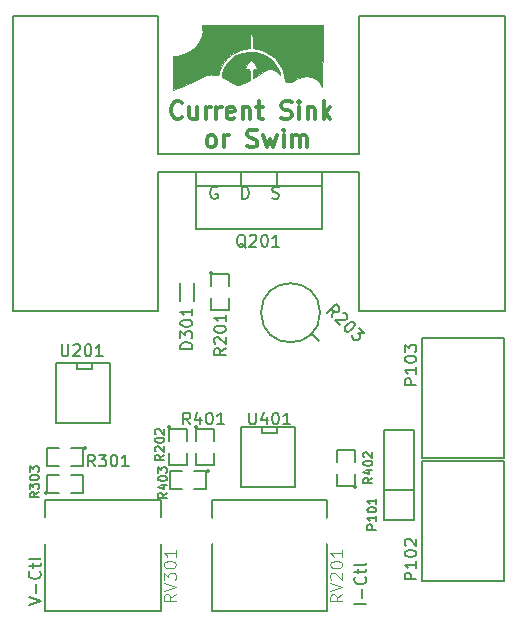
<source format=gto>
G04 #@! TF.FileFunction,Legend,Top*
%FSLAX46Y46*%
G04 Gerber Fmt 4.6, Leading zero omitted, Abs format (unit mm)*
G04 Created by KiCad (PCBNEW 0.201503020946+5465~21~ubuntu14.04.1-product) date Wed 04 Mar 2015 21:34:39 CET*
%MOMM*%
G01*
G04 APERTURE LIST*
%ADD10C,0.100000*%
%ADD11C,0.127000*%
%ADD12C,0.300000*%
%ADD13C,0.150000*%
%ADD14C,0.101600*%
%ADD15R,0.700000X0.600000*%
%ADD16O,1.501140X2.499360*%
%ADD17R,1.397000X0.889000*%
%ADD18R,0.889000X1.397000*%
%ADD19R,1.143000X0.508000*%
%ADD20C,2.311400*%
%ADD21R,2.032000X2.032000*%
%ADD22O,2.032000X2.032000*%
%ADD23R,2.032000X1.727200*%
%ADD24O,2.032000X1.727200*%
%ADD25C,1.998980*%
%ADD26C,2.000000*%
%ADD27O,2.000000X2.200000*%
G04 APERTURE END LIST*
D10*
D11*
X125935619Y-91926833D02*
X124919619Y-91926833D01*
X125548571Y-91443023D02*
X125548571Y-90668928D01*
X125838857Y-89604547D02*
X125887238Y-89652928D01*
X125935619Y-89798071D01*
X125935619Y-89894833D01*
X125887238Y-90039975D01*
X125790476Y-90136737D01*
X125693714Y-90185118D01*
X125500190Y-90233499D01*
X125355048Y-90233499D01*
X125161524Y-90185118D01*
X125064762Y-90136737D01*
X124968000Y-90039975D01*
X124919619Y-89894833D01*
X124919619Y-89798071D01*
X124968000Y-89652928D01*
X125016381Y-89604547D01*
X125258286Y-89314261D02*
X125258286Y-88927213D01*
X124919619Y-89169118D02*
X125790476Y-89169118D01*
X125887238Y-89120737D01*
X125935619Y-89023975D01*
X125935619Y-88927213D01*
X125935619Y-88443404D02*
X125887238Y-88540166D01*
X125790476Y-88588547D01*
X124919619Y-88588547D01*
X97360619Y-92011499D02*
X98376619Y-91672832D01*
X97360619Y-91334166D01*
X97989571Y-90995499D02*
X97989571Y-90221404D01*
X98279857Y-89157023D02*
X98328238Y-89205404D01*
X98376619Y-89350547D01*
X98376619Y-89447309D01*
X98328238Y-89592451D01*
X98231476Y-89689213D01*
X98134714Y-89737594D01*
X97941190Y-89785975D01*
X97796048Y-89785975D01*
X97602524Y-89737594D01*
X97505762Y-89689213D01*
X97409000Y-89592451D01*
X97360619Y-89447309D01*
X97360619Y-89350547D01*
X97409000Y-89205404D01*
X97457381Y-89157023D01*
X97699286Y-88866737D02*
X97699286Y-88479689D01*
X97360619Y-88721594D02*
X98231476Y-88721594D01*
X98328238Y-88673213D01*
X98376619Y-88576451D01*
X98376619Y-88479689D01*
X98376619Y-87995880D02*
X98328238Y-88092642D01*
X98231476Y-88141023D01*
X97360619Y-88141023D01*
D12*
X110320072Y-50707214D02*
X110248643Y-50778643D01*
X110034357Y-50850071D01*
X109891500Y-50850071D01*
X109677215Y-50778643D01*
X109534357Y-50635786D01*
X109462929Y-50492929D01*
X109391500Y-50207214D01*
X109391500Y-49992929D01*
X109462929Y-49707214D01*
X109534357Y-49564357D01*
X109677215Y-49421500D01*
X109891500Y-49350071D01*
X110034357Y-49350071D01*
X110248643Y-49421500D01*
X110320072Y-49492929D01*
X111605786Y-49850071D02*
X111605786Y-50850071D01*
X110962929Y-49850071D02*
X110962929Y-50635786D01*
X111034357Y-50778643D01*
X111177215Y-50850071D01*
X111391500Y-50850071D01*
X111534357Y-50778643D01*
X111605786Y-50707214D01*
X112320072Y-50850071D02*
X112320072Y-49850071D01*
X112320072Y-50135786D02*
X112391500Y-49992929D01*
X112462929Y-49921500D01*
X112605786Y-49850071D01*
X112748643Y-49850071D01*
X113248643Y-50850071D02*
X113248643Y-49850071D01*
X113248643Y-50135786D02*
X113320071Y-49992929D01*
X113391500Y-49921500D01*
X113534357Y-49850071D01*
X113677214Y-49850071D01*
X114748642Y-50778643D02*
X114605785Y-50850071D01*
X114320071Y-50850071D01*
X114177214Y-50778643D01*
X114105785Y-50635786D01*
X114105785Y-50064357D01*
X114177214Y-49921500D01*
X114320071Y-49850071D01*
X114605785Y-49850071D01*
X114748642Y-49921500D01*
X114820071Y-50064357D01*
X114820071Y-50207214D01*
X114105785Y-50350071D01*
X115462928Y-49850071D02*
X115462928Y-50850071D01*
X115462928Y-49992929D02*
X115534356Y-49921500D01*
X115677214Y-49850071D01*
X115891499Y-49850071D01*
X116034356Y-49921500D01*
X116105785Y-50064357D01*
X116105785Y-50850071D01*
X116605785Y-49850071D02*
X117177214Y-49850071D01*
X116820071Y-49350071D02*
X116820071Y-50635786D01*
X116891499Y-50778643D01*
X117034357Y-50850071D01*
X117177214Y-50850071D01*
X118748642Y-50778643D02*
X118962928Y-50850071D01*
X119320071Y-50850071D01*
X119462928Y-50778643D01*
X119534357Y-50707214D01*
X119605785Y-50564357D01*
X119605785Y-50421500D01*
X119534357Y-50278643D01*
X119462928Y-50207214D01*
X119320071Y-50135786D01*
X119034357Y-50064357D01*
X118891499Y-49992929D01*
X118820071Y-49921500D01*
X118748642Y-49778643D01*
X118748642Y-49635786D01*
X118820071Y-49492929D01*
X118891499Y-49421500D01*
X119034357Y-49350071D01*
X119391499Y-49350071D01*
X119605785Y-49421500D01*
X120248642Y-50850071D02*
X120248642Y-49850071D01*
X120248642Y-49350071D02*
X120177213Y-49421500D01*
X120248642Y-49492929D01*
X120320070Y-49421500D01*
X120248642Y-49350071D01*
X120248642Y-49492929D01*
X120962928Y-49850071D02*
X120962928Y-50850071D01*
X120962928Y-49992929D02*
X121034356Y-49921500D01*
X121177214Y-49850071D01*
X121391499Y-49850071D01*
X121534356Y-49921500D01*
X121605785Y-50064357D01*
X121605785Y-50850071D01*
X122320071Y-50850071D02*
X122320071Y-49350071D01*
X122462928Y-50278643D02*
X122891499Y-50850071D01*
X122891499Y-49850071D02*
X122320071Y-50421500D01*
X112712929Y-53250071D02*
X112570071Y-53178643D01*
X112498643Y-53107214D01*
X112427214Y-52964357D01*
X112427214Y-52535786D01*
X112498643Y-52392929D01*
X112570071Y-52321500D01*
X112712929Y-52250071D01*
X112927214Y-52250071D01*
X113070071Y-52321500D01*
X113141500Y-52392929D01*
X113212929Y-52535786D01*
X113212929Y-52964357D01*
X113141500Y-53107214D01*
X113070071Y-53178643D01*
X112927214Y-53250071D01*
X112712929Y-53250071D01*
X113855786Y-53250071D02*
X113855786Y-52250071D01*
X113855786Y-52535786D02*
X113927214Y-52392929D01*
X113998643Y-52321500D01*
X114141500Y-52250071D01*
X114284357Y-52250071D01*
X115855785Y-53178643D02*
X116070071Y-53250071D01*
X116427214Y-53250071D01*
X116570071Y-53178643D01*
X116641500Y-53107214D01*
X116712928Y-52964357D01*
X116712928Y-52821500D01*
X116641500Y-52678643D01*
X116570071Y-52607214D01*
X116427214Y-52535786D01*
X116141500Y-52464357D01*
X115998642Y-52392929D01*
X115927214Y-52321500D01*
X115855785Y-52178643D01*
X115855785Y-52035786D01*
X115927214Y-51892929D01*
X115998642Y-51821500D01*
X116141500Y-51750071D01*
X116498642Y-51750071D01*
X116712928Y-51821500D01*
X117212928Y-52250071D02*
X117498642Y-53250071D01*
X117784356Y-52535786D01*
X118070071Y-53250071D01*
X118355785Y-52250071D01*
X118927214Y-53250071D02*
X118927214Y-52250071D01*
X118927214Y-51750071D02*
X118855785Y-51821500D01*
X118927214Y-51892929D01*
X118998642Y-51821500D01*
X118927214Y-51750071D01*
X118927214Y-51892929D01*
X119641500Y-53250071D02*
X119641500Y-52250071D01*
X119641500Y-52392929D02*
X119712928Y-52321500D01*
X119855786Y-52250071D01*
X120070071Y-52250071D01*
X120212928Y-52321500D01*
X120284357Y-52464357D01*
X120284357Y-53250071D01*
X120284357Y-52464357D02*
X120355786Y-52321500D01*
X120498643Y-52250071D01*
X120712928Y-52250071D01*
X120855786Y-52321500D01*
X120927214Y-52464357D01*
X120927214Y-53250071D01*
D13*
X110144000Y-64751000D02*
X110144000Y-66301000D01*
X111344000Y-64751000D02*
X111344000Y-66301000D01*
X115316000Y-55372000D02*
X115316000Y-56515000D01*
X118364000Y-55372000D02*
X118364000Y-56515000D01*
X122174000Y-56515000D02*
X122174000Y-60198000D01*
X122174000Y-60198000D02*
X111506000Y-60198000D01*
X111506000Y-60198000D02*
X111506000Y-56515000D01*
X122174000Y-55372000D02*
X122174000Y-56515000D01*
X122174000Y-56515000D02*
X111506000Y-56515000D01*
X111506000Y-56515000D02*
X111506000Y-55372000D01*
X116840000Y-55372000D02*
X111506000Y-55372000D01*
X116840000Y-55372000D02*
X122174000Y-55372000D01*
X112903000Y-63881000D02*
G75*
G03X112903000Y-63881000I-127000J0D01*
G01*
X112776000Y-65024000D02*
X112776000Y-64008000D01*
X112776000Y-64008000D02*
X114300000Y-64008000D01*
X114300000Y-64008000D02*
X114300000Y-65024000D01*
X114300000Y-66040000D02*
X114300000Y-67056000D01*
X114300000Y-67056000D02*
X112776000Y-67056000D01*
X112776000Y-67056000D02*
X112776000Y-66040000D01*
X109347000Y-76962000D02*
G75*
G03X109347000Y-76962000I-127000J0D01*
G01*
X109220000Y-78105000D02*
X109220000Y-77089000D01*
X109220000Y-77089000D02*
X110744000Y-77089000D01*
X110744000Y-77089000D02*
X110744000Y-78105000D01*
X110744000Y-79121000D02*
X110744000Y-80137000D01*
X110744000Y-80137000D02*
X109220000Y-80137000D01*
X109220000Y-80137000D02*
X109220000Y-79121000D01*
X102235000Y-78740000D02*
G75*
G03X102235000Y-78740000I-127000J0D01*
G01*
X100965000Y-78740000D02*
X101981000Y-78740000D01*
X101981000Y-78740000D02*
X101981000Y-80264000D01*
X101981000Y-80264000D02*
X100965000Y-80264000D01*
X99949000Y-80264000D02*
X98933000Y-80264000D01*
X98933000Y-80264000D02*
X98933000Y-78740000D01*
X98933000Y-78740000D02*
X99949000Y-78740000D01*
X98933000Y-82550000D02*
G75*
G03X98933000Y-82550000I-127000J0D01*
G01*
X99949000Y-82550000D02*
X98933000Y-82550000D01*
X98933000Y-82550000D02*
X98933000Y-81026000D01*
X98933000Y-81026000D02*
X99949000Y-81026000D01*
X100965000Y-81026000D02*
X101981000Y-81026000D01*
X101981000Y-81026000D02*
X101981000Y-82550000D01*
X101981000Y-82550000D02*
X100965000Y-82550000D01*
X111633000Y-76962000D02*
G75*
G03X111633000Y-76962000I-127000J0D01*
G01*
X111506000Y-78105000D02*
X111506000Y-77089000D01*
X111506000Y-77089000D02*
X113030000Y-77089000D01*
X113030000Y-77089000D02*
X113030000Y-78105000D01*
X113030000Y-79121000D02*
X113030000Y-80137000D01*
X113030000Y-80137000D02*
X111506000Y-80137000D01*
X111506000Y-80137000D02*
X111506000Y-79121000D01*
X125095000Y-82042000D02*
G75*
G03X125095000Y-82042000I-127000J0D01*
G01*
X124968000Y-80899000D02*
X124968000Y-81915000D01*
X124968000Y-81915000D02*
X123444000Y-81915000D01*
X123444000Y-81915000D02*
X123444000Y-80899000D01*
X123444000Y-79883000D02*
X123444000Y-78867000D01*
X123444000Y-78867000D02*
X124968000Y-78867000D01*
X124968000Y-78867000D02*
X124968000Y-79883000D01*
X112649000Y-80645000D02*
G75*
G03X112649000Y-80645000I-127000J0D01*
G01*
X111379000Y-80645000D02*
X112395000Y-80645000D01*
X112395000Y-80645000D02*
X112395000Y-82169000D01*
X112395000Y-82169000D02*
X111379000Y-82169000D01*
X110363000Y-82169000D02*
X109347000Y-82169000D01*
X109347000Y-82169000D02*
X109347000Y-80645000D01*
X109347000Y-80645000D02*
X110363000Y-80645000D01*
X104267000Y-71501000D02*
X104267000Y-76581000D01*
X104267000Y-76581000D02*
X99695000Y-76581000D01*
X99695000Y-76581000D02*
X99695000Y-71501000D01*
X99695000Y-71501000D02*
X104267000Y-71501000D01*
X102743000Y-71501000D02*
X102743000Y-72009000D01*
X102743000Y-72009000D02*
X101473000Y-72009000D01*
X101473000Y-72009000D02*
X101473000Y-71501000D01*
X119888000Y-76962000D02*
X119888000Y-82042000D01*
X119888000Y-82042000D02*
X115316000Y-82042000D01*
X115316000Y-82042000D02*
X115316000Y-76962000D01*
X115316000Y-76962000D02*
X119888000Y-76962000D01*
X118364000Y-76962000D02*
X118364000Y-77470000D01*
X118364000Y-77470000D02*
X117094000Y-77470000D01*
X117094000Y-77470000D02*
X117094000Y-76962000D01*
X108340000Y-55360000D02*
X125340000Y-55360000D01*
X125340000Y-55360000D02*
X125340000Y-67110000D01*
X125340000Y-67110000D02*
X137640000Y-67110000D01*
X137640000Y-67110000D02*
X137640000Y-42110000D01*
X137640000Y-42110000D02*
X125340000Y-42110000D01*
X125340000Y-42110000D02*
X125340000Y-53860000D01*
X125340000Y-53860000D02*
X108340000Y-53860000D01*
X108340000Y-53860000D02*
X108340000Y-42110000D01*
X108340000Y-42110000D02*
X96040000Y-42110000D01*
X96040000Y-42110000D02*
X96040000Y-67110000D01*
X96040000Y-67110000D02*
X108340000Y-67110000D01*
X108340000Y-67110000D02*
X108340000Y-55360000D01*
X130620000Y-89979500D02*
X137620000Y-89979500D01*
X137620000Y-89979500D02*
X137620000Y-79819500D01*
X137620000Y-79819500D02*
X130620000Y-79819500D01*
X130620000Y-79819500D02*
X130620000Y-89979500D01*
X130620000Y-79565500D02*
X137620000Y-79565500D01*
X137620000Y-79565500D02*
X137620000Y-69405500D01*
X137620000Y-69405500D02*
X130620000Y-69405500D01*
X130620000Y-69405500D02*
X130620000Y-79565500D01*
X129984500Y-82296000D02*
X129984500Y-77216000D01*
X129984500Y-77216000D02*
X127444500Y-77216000D01*
X127444500Y-77216000D02*
X127444500Y-82296000D01*
X127444500Y-84836000D02*
X127444500Y-82296000D01*
X127444500Y-82296000D02*
X129984500Y-82296000D01*
X127444500Y-84836000D02*
X129984500Y-84836000D01*
X129984500Y-84836000D02*
X129984500Y-82296000D01*
X121214954Y-68954454D02*
X121922598Y-69662098D01*
X122017045Y-67257186D02*
G75*
G03X122017045Y-67257186I-2499359J0D01*
G01*
D10*
G36*
X122220089Y-55524175D02*
X122208906Y-55562500D01*
X122178003Y-55573136D01*
X122166201Y-55456666D01*
X122179507Y-55336471D01*
X122208906Y-55350833D01*
X122220089Y-55524175D01*
X122220089Y-55524175D01*
X122220089Y-55524175D01*
G37*
X122220089Y-55524175D02*
X122208906Y-55562500D01*
X122178003Y-55573136D01*
X122166201Y-55456666D01*
X122179507Y-55336471D01*
X122208906Y-55350833D01*
X122220089Y-55524175D01*
X122220089Y-55524175D01*
G36*
X122237500Y-42926000D02*
X122229864Y-45656500D01*
X122225541Y-46431221D01*
X122217420Y-47070411D01*
X122205717Y-47567526D01*
X122190650Y-47916025D01*
X122172437Y-48109365D01*
X122151294Y-48141004D01*
X122147574Y-48130350D01*
X121957603Y-47764213D01*
X121642246Y-47479869D01*
X121234569Y-47299390D01*
X120819664Y-47244000D01*
X120545511Y-47287884D01*
X120180798Y-47408835D01*
X119875167Y-47542032D01*
X119518828Y-47700777D01*
X119280629Y-47764965D01*
X119133305Y-47726827D01*
X119049594Y-47578596D01*
X119002234Y-47312503D01*
X118999956Y-47292645D01*
X118855907Y-46730246D01*
X118569876Y-46196193D01*
X118169210Y-45718377D01*
X117681260Y-45324690D01*
X117133374Y-45043024D01*
X116670666Y-44917151D01*
X116310833Y-44858449D01*
X116310833Y-44273224D01*
X116303202Y-43953531D01*
X116275792Y-43771443D01*
X116221826Y-43695729D01*
X116183833Y-43688000D01*
X116114456Y-43723162D01*
X116074941Y-43849469D01*
X116058510Y-44098149D01*
X116056833Y-44273224D01*
X116056833Y-44858449D01*
X115705623Y-44917785D01*
X115218650Y-45042439D01*
X114769534Y-45259025D01*
X114470320Y-45458794D01*
X114180410Y-45719853D01*
X113896735Y-46059731D01*
X113657064Y-46425015D01*
X113499168Y-46762290D01*
X113467425Y-46877102D01*
X113429336Y-47031651D01*
X113364149Y-47106126D01*
X113224589Y-47121493D01*
X112966862Y-47099074D01*
X112777066Y-47085301D01*
X112607629Y-47094918D01*
X112423881Y-47138839D01*
X112191151Y-47227975D01*
X111874770Y-47373240D01*
X111473199Y-47569197D01*
X111044054Y-47777234D01*
X110626069Y-47973489D01*
X110264200Y-48137254D01*
X110003403Y-48247817D01*
X109982000Y-48256156D01*
X109537500Y-48426862D01*
X109537500Y-46993952D01*
X109537500Y-45561042D01*
X109939666Y-45501060D01*
X110527148Y-45347012D01*
X111048461Y-45082021D01*
X111483299Y-44727181D01*
X111811358Y-44303588D01*
X112012332Y-43832335D01*
X112065917Y-43334518D01*
X112063285Y-43294891D01*
X112033946Y-42926000D01*
X117135723Y-42926000D01*
X122237500Y-42926000D01*
X122237500Y-42926000D01*
X122237500Y-42926000D01*
G37*
X122237500Y-42926000D02*
X122229864Y-45656500D01*
X122225541Y-46431221D01*
X122217420Y-47070411D01*
X122205717Y-47567526D01*
X122190650Y-47916025D01*
X122172437Y-48109365D01*
X122151294Y-48141004D01*
X122147574Y-48130350D01*
X121957603Y-47764213D01*
X121642246Y-47479869D01*
X121234569Y-47299390D01*
X120819664Y-47244000D01*
X120545511Y-47287884D01*
X120180798Y-47408835D01*
X119875167Y-47542032D01*
X119518828Y-47700777D01*
X119280629Y-47764965D01*
X119133305Y-47726827D01*
X119049594Y-47578596D01*
X119002234Y-47312503D01*
X118999956Y-47292645D01*
X118855907Y-46730246D01*
X118569876Y-46196193D01*
X118169210Y-45718377D01*
X117681260Y-45324690D01*
X117133374Y-45043024D01*
X116670666Y-44917151D01*
X116310833Y-44858449D01*
X116310833Y-44273224D01*
X116303202Y-43953531D01*
X116275792Y-43771443D01*
X116221826Y-43695729D01*
X116183833Y-43688000D01*
X116114456Y-43723162D01*
X116074941Y-43849469D01*
X116058510Y-44098149D01*
X116056833Y-44273224D01*
X116056833Y-44858449D01*
X115705623Y-44917785D01*
X115218650Y-45042439D01*
X114769534Y-45259025D01*
X114470320Y-45458794D01*
X114180410Y-45719853D01*
X113896735Y-46059731D01*
X113657064Y-46425015D01*
X113499168Y-46762290D01*
X113467425Y-46877102D01*
X113429336Y-47031651D01*
X113364149Y-47106126D01*
X113224589Y-47121493D01*
X112966862Y-47099074D01*
X112777066Y-47085301D01*
X112607629Y-47094918D01*
X112423881Y-47138839D01*
X112191151Y-47227975D01*
X111874770Y-47373240D01*
X111473199Y-47569197D01*
X111044054Y-47777234D01*
X110626069Y-47973489D01*
X110264200Y-48137254D01*
X110003403Y-48247817D01*
X109982000Y-48256156D01*
X109537500Y-48426862D01*
X109537500Y-46993952D01*
X109537500Y-45561042D01*
X109939666Y-45501060D01*
X110527148Y-45347012D01*
X111048461Y-45082021D01*
X111483299Y-44727181D01*
X111811358Y-44303588D01*
X112012332Y-43832335D01*
X112065917Y-43334518D01*
X112063285Y-43294891D01*
X112033946Y-42926000D01*
X117135723Y-42926000D01*
X122237500Y-42926000D01*
X122237500Y-42926000D01*
G36*
X118662591Y-47099962D02*
X118630105Y-47114170D01*
X118517731Y-47023687D01*
X118369937Y-46884166D01*
X118102950Y-46668026D01*
X117861672Y-46583330D01*
X117604688Y-46629568D01*
X117290580Y-46806234D01*
X117199562Y-46869797D01*
X116928596Y-47056590D01*
X116675570Y-47218917D01*
X116543666Y-47295305D01*
X116310833Y-47417681D01*
X116310833Y-47034507D01*
X116319490Y-46798553D01*
X116362130Y-46686434D01*
X116463755Y-46652891D01*
X116522500Y-46651333D01*
X116681769Y-46634778D01*
X116734166Y-46603088D01*
X116690455Y-46511364D01*
X116582039Y-46338221D01*
X116442994Y-46133098D01*
X116307398Y-45945433D01*
X116209328Y-45824664D01*
X116183833Y-45804666D01*
X116120610Y-45868082D01*
X116001266Y-46025372D01*
X115859880Y-46227097D01*
X115730526Y-46423819D01*
X115647283Y-46566100D01*
X115633500Y-46603088D01*
X115706132Y-46639390D01*
X115845166Y-46651333D01*
X115966288Y-46663384D01*
X116029417Y-46727132D01*
X116053326Y-46883971D01*
X116056833Y-47118067D01*
X116056833Y-47584801D01*
X115580631Y-47795400D01*
X115321951Y-47905513D01*
X115128669Y-47979839D01*
X115051464Y-48000984D01*
X114957840Y-47961167D01*
X114752581Y-47858990D01*
X114472734Y-47713133D01*
X114337791Y-47641151D01*
X114023096Y-47469278D01*
X113830963Y-47348532D01*
X113734240Y-47250913D01*
X113705780Y-47148425D01*
X113718433Y-47013068D01*
X113719820Y-47003859D01*
X113790565Y-46771870D01*
X113925625Y-46483112D01*
X114028509Y-46306938D01*
X114430780Y-45819257D01*
X114908732Y-45465447D01*
X115438991Y-45242046D01*
X115998179Y-45145589D01*
X116562920Y-45172612D01*
X117109838Y-45319650D01*
X117615557Y-45583239D01*
X118056700Y-45959916D01*
X118409892Y-46446216D01*
X118637810Y-46990000D01*
X118662591Y-47099962D01*
X118662591Y-47099962D01*
X118662591Y-47099962D01*
G37*
X118662591Y-47099962D02*
X118630105Y-47114170D01*
X118517731Y-47023687D01*
X118369937Y-46884166D01*
X118102950Y-46668026D01*
X117861672Y-46583330D01*
X117604688Y-46629568D01*
X117290580Y-46806234D01*
X117199562Y-46869797D01*
X116928596Y-47056590D01*
X116675570Y-47218917D01*
X116543666Y-47295305D01*
X116310833Y-47417681D01*
X116310833Y-47034507D01*
X116319490Y-46798553D01*
X116362130Y-46686434D01*
X116463755Y-46652891D01*
X116522500Y-46651333D01*
X116681769Y-46634778D01*
X116734166Y-46603088D01*
X116690455Y-46511364D01*
X116582039Y-46338221D01*
X116442994Y-46133098D01*
X116307398Y-45945433D01*
X116209328Y-45824664D01*
X116183833Y-45804666D01*
X116120610Y-45868082D01*
X116001266Y-46025372D01*
X115859880Y-46227097D01*
X115730526Y-46423819D01*
X115647283Y-46566100D01*
X115633500Y-46603088D01*
X115706132Y-46639390D01*
X115845166Y-46651333D01*
X115966288Y-46663384D01*
X116029417Y-46727132D01*
X116053326Y-46883971D01*
X116056833Y-47118067D01*
X116056833Y-47584801D01*
X115580631Y-47795400D01*
X115321951Y-47905513D01*
X115128669Y-47979839D01*
X115051464Y-48000984D01*
X114957840Y-47961167D01*
X114752581Y-47858990D01*
X114472734Y-47713133D01*
X114337791Y-47641151D01*
X114023096Y-47469278D01*
X113830963Y-47348532D01*
X113734240Y-47250913D01*
X113705780Y-47148425D01*
X113718433Y-47013068D01*
X113719820Y-47003859D01*
X113790565Y-46771870D01*
X113925625Y-46483112D01*
X114028509Y-46306938D01*
X114430780Y-45819257D01*
X114908732Y-45465447D01*
X115438991Y-45242046D01*
X115998179Y-45145589D01*
X116562920Y-45172612D01*
X117109838Y-45319650D01*
X117615557Y-45583239D01*
X118056700Y-45959916D01*
X118409892Y-46446216D01*
X118637810Y-46990000D01*
X118662591Y-47099962D01*
X118662591Y-47099962D01*
D13*
X112829000Y-92527000D02*
X122629000Y-92527000D01*
X112829000Y-83127000D02*
X122629000Y-83127000D01*
X122629000Y-83127000D02*
X122629000Y-92527000D01*
X112829000Y-83127000D02*
X112829000Y-92527000D01*
X98732000Y-92527000D02*
X108532000Y-92527000D01*
X98732000Y-83127000D02*
X108532000Y-83127000D01*
X108532000Y-83127000D02*
X108532000Y-92527000D01*
X98732000Y-83127000D02*
X98732000Y-92527000D01*
X111196381Y-70333976D02*
X110196381Y-70333976D01*
X110196381Y-70095881D01*
X110244000Y-69953023D01*
X110339238Y-69857785D01*
X110434476Y-69810166D01*
X110624952Y-69762547D01*
X110767810Y-69762547D01*
X110958286Y-69810166D01*
X111053524Y-69857785D01*
X111148762Y-69953023D01*
X111196381Y-70095881D01*
X111196381Y-70333976D01*
X110196381Y-69429214D02*
X110196381Y-68810166D01*
X110577333Y-69143500D01*
X110577333Y-69000642D01*
X110624952Y-68905404D01*
X110672571Y-68857785D01*
X110767810Y-68810166D01*
X111005905Y-68810166D01*
X111101143Y-68857785D01*
X111148762Y-68905404D01*
X111196381Y-69000642D01*
X111196381Y-69286357D01*
X111148762Y-69381595D01*
X111101143Y-69429214D01*
X110196381Y-68191119D02*
X110196381Y-68095880D01*
X110244000Y-68000642D01*
X110291619Y-67953023D01*
X110386857Y-67905404D01*
X110577333Y-67857785D01*
X110815429Y-67857785D01*
X111005905Y-67905404D01*
X111101143Y-67953023D01*
X111148762Y-68000642D01*
X111196381Y-68095880D01*
X111196381Y-68191119D01*
X111148762Y-68286357D01*
X111101143Y-68333976D01*
X111005905Y-68381595D01*
X110815429Y-68429214D01*
X110577333Y-68429214D01*
X110386857Y-68381595D01*
X110291619Y-68333976D01*
X110244000Y-68286357D01*
X110196381Y-68191119D01*
X111196381Y-66905404D02*
X111196381Y-67476833D01*
X111196381Y-67191119D02*
X110196381Y-67191119D01*
X110339238Y-67286357D01*
X110434476Y-67381595D01*
X110482095Y-67476833D01*
X115728881Y-61761619D02*
X115633643Y-61714000D01*
X115538405Y-61618762D01*
X115395548Y-61475905D01*
X115300309Y-61428286D01*
X115205071Y-61428286D01*
X115252690Y-61666381D02*
X115157452Y-61618762D01*
X115062214Y-61523524D01*
X115014595Y-61333048D01*
X115014595Y-60999714D01*
X115062214Y-60809238D01*
X115157452Y-60714000D01*
X115252690Y-60666381D01*
X115443167Y-60666381D01*
X115538405Y-60714000D01*
X115633643Y-60809238D01*
X115681262Y-60999714D01*
X115681262Y-61333048D01*
X115633643Y-61523524D01*
X115538405Y-61618762D01*
X115443167Y-61666381D01*
X115252690Y-61666381D01*
X116062214Y-60761619D02*
X116109833Y-60714000D01*
X116205071Y-60666381D01*
X116443167Y-60666381D01*
X116538405Y-60714000D01*
X116586024Y-60761619D01*
X116633643Y-60856857D01*
X116633643Y-60952095D01*
X116586024Y-61094952D01*
X116014595Y-61666381D01*
X116633643Y-61666381D01*
X117252690Y-60666381D02*
X117347929Y-60666381D01*
X117443167Y-60714000D01*
X117490786Y-60761619D01*
X117538405Y-60856857D01*
X117586024Y-61047333D01*
X117586024Y-61285429D01*
X117538405Y-61475905D01*
X117490786Y-61571143D01*
X117443167Y-61618762D01*
X117347929Y-61666381D01*
X117252690Y-61666381D01*
X117157452Y-61618762D01*
X117109833Y-61571143D01*
X117062214Y-61475905D01*
X117014595Y-61285429D01*
X117014595Y-61047333D01*
X117062214Y-60856857D01*
X117109833Y-60761619D01*
X117157452Y-60714000D01*
X117252690Y-60666381D01*
X118538405Y-61666381D02*
X117966976Y-61666381D01*
X118252690Y-61666381D02*
X118252690Y-60666381D01*
X118157452Y-60809238D01*
X118062214Y-60904476D01*
X117966976Y-60952095D01*
X117951286Y-57554762D02*
X118094143Y-57602381D01*
X118332239Y-57602381D01*
X118427477Y-57554762D01*
X118475096Y-57507143D01*
X118522715Y-57411905D01*
X118522715Y-57316667D01*
X118475096Y-57221429D01*
X118427477Y-57173810D01*
X118332239Y-57126190D01*
X118141762Y-57078571D01*
X118046524Y-57030952D01*
X117998905Y-56983333D01*
X117951286Y-56888095D01*
X117951286Y-56792857D01*
X117998905Y-56697619D01*
X118046524Y-56650000D01*
X118141762Y-56602381D01*
X118379858Y-56602381D01*
X118522715Y-56650000D01*
X115435095Y-57602381D02*
X115435095Y-56602381D01*
X115673190Y-56602381D01*
X115816048Y-56650000D01*
X115911286Y-56745238D01*
X115958905Y-56840476D01*
X116006524Y-57030952D01*
X116006524Y-57173810D01*
X115958905Y-57364286D01*
X115911286Y-57459524D01*
X115816048Y-57554762D01*
X115673190Y-57602381D01*
X115435095Y-57602381D01*
X113291905Y-56650000D02*
X113196667Y-56602381D01*
X113053810Y-56602381D01*
X112910952Y-56650000D01*
X112815714Y-56745238D01*
X112768095Y-56840476D01*
X112720476Y-57030952D01*
X112720476Y-57173810D01*
X112768095Y-57364286D01*
X112815714Y-57459524D01*
X112910952Y-57554762D01*
X113053810Y-57602381D01*
X113149048Y-57602381D01*
X113291905Y-57554762D01*
X113339524Y-57507143D01*
X113339524Y-57173810D01*
X113149048Y-57173810D01*
X114053881Y-70270547D02*
X113577690Y-70603881D01*
X114053881Y-70841976D02*
X113053881Y-70841976D01*
X113053881Y-70461023D01*
X113101500Y-70365785D01*
X113149119Y-70318166D01*
X113244357Y-70270547D01*
X113387214Y-70270547D01*
X113482452Y-70318166D01*
X113530071Y-70365785D01*
X113577690Y-70461023D01*
X113577690Y-70841976D01*
X113149119Y-69889595D02*
X113101500Y-69841976D01*
X113053881Y-69746738D01*
X113053881Y-69508642D01*
X113101500Y-69413404D01*
X113149119Y-69365785D01*
X113244357Y-69318166D01*
X113339595Y-69318166D01*
X113482452Y-69365785D01*
X114053881Y-69937214D01*
X114053881Y-69318166D01*
X113053881Y-68699119D02*
X113053881Y-68603880D01*
X113101500Y-68508642D01*
X113149119Y-68461023D01*
X113244357Y-68413404D01*
X113434833Y-68365785D01*
X113672929Y-68365785D01*
X113863405Y-68413404D01*
X113958643Y-68461023D01*
X114006262Y-68508642D01*
X114053881Y-68603880D01*
X114053881Y-68699119D01*
X114006262Y-68794357D01*
X113958643Y-68841976D01*
X113863405Y-68889595D01*
X113672929Y-68937214D01*
X113434833Y-68937214D01*
X113244357Y-68889595D01*
X113149119Y-68841976D01*
X113101500Y-68794357D01*
X113053881Y-68699119D01*
X114053881Y-67413404D02*
X114053881Y-67984833D01*
X114053881Y-67699119D02*
X113053881Y-67699119D01*
X113196738Y-67794357D01*
X113291976Y-67889595D01*
X113339595Y-67984833D01*
D11*
X108802714Y-79275214D02*
X108439857Y-79529214D01*
X108802714Y-79710642D02*
X108040714Y-79710642D01*
X108040714Y-79420357D01*
X108077000Y-79347785D01*
X108113286Y-79311500D01*
X108185857Y-79275214D01*
X108294714Y-79275214D01*
X108367286Y-79311500D01*
X108403571Y-79347785D01*
X108439857Y-79420357D01*
X108439857Y-79710642D01*
X108113286Y-78984928D02*
X108077000Y-78948642D01*
X108040714Y-78876071D01*
X108040714Y-78694642D01*
X108077000Y-78622071D01*
X108113286Y-78585785D01*
X108185857Y-78549500D01*
X108258429Y-78549500D01*
X108367286Y-78585785D01*
X108802714Y-79021214D01*
X108802714Y-78549500D01*
X108040714Y-78077786D02*
X108040714Y-78005214D01*
X108077000Y-77932643D01*
X108113286Y-77896357D01*
X108185857Y-77860071D01*
X108331000Y-77823786D01*
X108512429Y-77823786D01*
X108657571Y-77860071D01*
X108730143Y-77896357D01*
X108766429Y-77932643D01*
X108802714Y-78005214D01*
X108802714Y-78077786D01*
X108766429Y-78150357D01*
X108730143Y-78186643D01*
X108657571Y-78222928D01*
X108512429Y-78259214D01*
X108331000Y-78259214D01*
X108185857Y-78222928D01*
X108113286Y-78186643D01*
X108077000Y-78150357D01*
X108040714Y-78077786D01*
X108113286Y-77533500D02*
X108077000Y-77497214D01*
X108040714Y-77424643D01*
X108040714Y-77243214D01*
X108077000Y-77170643D01*
X108113286Y-77134357D01*
X108185857Y-77098072D01*
X108258429Y-77098072D01*
X108367286Y-77134357D01*
X108802714Y-77569786D01*
X108802714Y-77098072D01*
D13*
X102957453Y-80271881D02*
X102624119Y-79795690D01*
X102386024Y-80271881D02*
X102386024Y-79271881D01*
X102766977Y-79271881D01*
X102862215Y-79319500D01*
X102909834Y-79367119D01*
X102957453Y-79462357D01*
X102957453Y-79605214D01*
X102909834Y-79700452D01*
X102862215Y-79748071D01*
X102766977Y-79795690D01*
X102386024Y-79795690D01*
X103290786Y-79271881D02*
X103909834Y-79271881D01*
X103576500Y-79652833D01*
X103719358Y-79652833D01*
X103814596Y-79700452D01*
X103862215Y-79748071D01*
X103909834Y-79843310D01*
X103909834Y-80081405D01*
X103862215Y-80176643D01*
X103814596Y-80224262D01*
X103719358Y-80271881D01*
X103433643Y-80271881D01*
X103338405Y-80224262D01*
X103290786Y-80176643D01*
X104528881Y-79271881D02*
X104624120Y-79271881D01*
X104719358Y-79319500D01*
X104766977Y-79367119D01*
X104814596Y-79462357D01*
X104862215Y-79652833D01*
X104862215Y-79890929D01*
X104814596Y-80081405D01*
X104766977Y-80176643D01*
X104719358Y-80224262D01*
X104624120Y-80271881D01*
X104528881Y-80271881D01*
X104433643Y-80224262D01*
X104386024Y-80176643D01*
X104338405Y-80081405D01*
X104290786Y-79890929D01*
X104290786Y-79652833D01*
X104338405Y-79462357D01*
X104386024Y-79367119D01*
X104433643Y-79319500D01*
X104528881Y-79271881D01*
X105814596Y-80271881D02*
X105243167Y-80271881D01*
X105528881Y-80271881D02*
X105528881Y-79271881D01*
X105433643Y-79414738D01*
X105338405Y-79509976D01*
X105243167Y-79557595D01*
D11*
X98198214Y-82450214D02*
X97835357Y-82704214D01*
X98198214Y-82885642D02*
X97436214Y-82885642D01*
X97436214Y-82595357D01*
X97472500Y-82522785D01*
X97508786Y-82486500D01*
X97581357Y-82450214D01*
X97690214Y-82450214D01*
X97762786Y-82486500D01*
X97799071Y-82522785D01*
X97835357Y-82595357D01*
X97835357Y-82885642D01*
X97436214Y-82196214D02*
X97436214Y-81724500D01*
X97726500Y-81978500D01*
X97726500Y-81869642D01*
X97762786Y-81797071D01*
X97799071Y-81760785D01*
X97871643Y-81724500D01*
X98053071Y-81724500D01*
X98125643Y-81760785D01*
X98161929Y-81797071D01*
X98198214Y-81869642D01*
X98198214Y-82087357D01*
X98161929Y-82159928D01*
X98125643Y-82196214D01*
X97436214Y-81252786D02*
X97436214Y-81180214D01*
X97472500Y-81107643D01*
X97508786Y-81071357D01*
X97581357Y-81035071D01*
X97726500Y-80998786D01*
X97907929Y-80998786D01*
X98053071Y-81035071D01*
X98125643Y-81071357D01*
X98161929Y-81107643D01*
X98198214Y-81180214D01*
X98198214Y-81252786D01*
X98161929Y-81325357D01*
X98125643Y-81361643D01*
X98053071Y-81397928D01*
X97907929Y-81434214D01*
X97726500Y-81434214D01*
X97581357Y-81397928D01*
X97508786Y-81361643D01*
X97472500Y-81325357D01*
X97436214Y-81252786D01*
X97436214Y-80744786D02*
X97436214Y-80273072D01*
X97726500Y-80527072D01*
X97726500Y-80418214D01*
X97762786Y-80345643D01*
X97799071Y-80309357D01*
X97871643Y-80273072D01*
X98053071Y-80273072D01*
X98125643Y-80309357D01*
X98161929Y-80345643D01*
X98198214Y-80418214D01*
X98198214Y-80635929D01*
X98161929Y-80708500D01*
X98125643Y-80744786D01*
D13*
X111021953Y-76715881D02*
X110688619Y-76239690D01*
X110450524Y-76715881D02*
X110450524Y-75715881D01*
X110831477Y-75715881D01*
X110926715Y-75763500D01*
X110974334Y-75811119D01*
X111021953Y-75906357D01*
X111021953Y-76049214D01*
X110974334Y-76144452D01*
X110926715Y-76192071D01*
X110831477Y-76239690D01*
X110450524Y-76239690D01*
X111879096Y-76049214D02*
X111879096Y-76715881D01*
X111641000Y-75668262D02*
X111402905Y-76382548D01*
X112021953Y-76382548D01*
X112593381Y-75715881D02*
X112688620Y-75715881D01*
X112783858Y-75763500D01*
X112831477Y-75811119D01*
X112879096Y-75906357D01*
X112926715Y-76096833D01*
X112926715Y-76334929D01*
X112879096Y-76525405D01*
X112831477Y-76620643D01*
X112783858Y-76668262D01*
X112688620Y-76715881D01*
X112593381Y-76715881D01*
X112498143Y-76668262D01*
X112450524Y-76620643D01*
X112402905Y-76525405D01*
X112355286Y-76334929D01*
X112355286Y-76096833D01*
X112402905Y-75906357D01*
X112450524Y-75811119D01*
X112498143Y-75763500D01*
X112593381Y-75715881D01*
X113879096Y-76715881D02*
X113307667Y-76715881D01*
X113593381Y-76715881D02*
X113593381Y-75715881D01*
X113498143Y-75858738D01*
X113402905Y-75953976D01*
X113307667Y-76001595D01*
D11*
X126455714Y-81243714D02*
X126092857Y-81497714D01*
X126455714Y-81679142D02*
X125693714Y-81679142D01*
X125693714Y-81388857D01*
X125730000Y-81316285D01*
X125766286Y-81280000D01*
X125838857Y-81243714D01*
X125947714Y-81243714D01*
X126020286Y-81280000D01*
X126056571Y-81316285D01*
X126092857Y-81388857D01*
X126092857Y-81679142D01*
X125947714Y-80590571D02*
X126455714Y-80590571D01*
X125657429Y-80772000D02*
X126201714Y-80953428D01*
X126201714Y-80481714D01*
X125693714Y-80046286D02*
X125693714Y-79973714D01*
X125730000Y-79901143D01*
X125766286Y-79864857D01*
X125838857Y-79828571D01*
X125984000Y-79792286D01*
X126165429Y-79792286D01*
X126310571Y-79828571D01*
X126383143Y-79864857D01*
X126419429Y-79901143D01*
X126455714Y-79973714D01*
X126455714Y-80046286D01*
X126419429Y-80118857D01*
X126383143Y-80155143D01*
X126310571Y-80191428D01*
X126165429Y-80227714D01*
X125984000Y-80227714D01*
X125838857Y-80191428D01*
X125766286Y-80155143D01*
X125730000Y-80118857D01*
X125693714Y-80046286D01*
X125766286Y-79502000D02*
X125730000Y-79465714D01*
X125693714Y-79393143D01*
X125693714Y-79211714D01*
X125730000Y-79139143D01*
X125766286Y-79102857D01*
X125838857Y-79066572D01*
X125911429Y-79066572D01*
X126020286Y-79102857D01*
X126455714Y-79538286D01*
X126455714Y-79066572D01*
X109056714Y-82513714D02*
X108693857Y-82767714D01*
X109056714Y-82949142D02*
X108294714Y-82949142D01*
X108294714Y-82658857D01*
X108331000Y-82586285D01*
X108367286Y-82550000D01*
X108439857Y-82513714D01*
X108548714Y-82513714D01*
X108621286Y-82550000D01*
X108657571Y-82586285D01*
X108693857Y-82658857D01*
X108693857Y-82949142D01*
X108548714Y-81860571D02*
X109056714Y-81860571D01*
X108258429Y-82042000D02*
X108802714Y-82223428D01*
X108802714Y-81751714D01*
X108294714Y-81316286D02*
X108294714Y-81243714D01*
X108331000Y-81171143D01*
X108367286Y-81134857D01*
X108439857Y-81098571D01*
X108585000Y-81062286D01*
X108766429Y-81062286D01*
X108911571Y-81098571D01*
X108984143Y-81134857D01*
X109020429Y-81171143D01*
X109056714Y-81243714D01*
X109056714Y-81316286D01*
X109020429Y-81388857D01*
X108984143Y-81425143D01*
X108911571Y-81461428D01*
X108766429Y-81497714D01*
X108585000Y-81497714D01*
X108439857Y-81461428D01*
X108367286Y-81425143D01*
X108331000Y-81388857D01*
X108294714Y-81316286D01*
X108294714Y-80808286D02*
X108294714Y-80336572D01*
X108585000Y-80590572D01*
X108585000Y-80481714D01*
X108621286Y-80409143D01*
X108657571Y-80372857D01*
X108730143Y-80336572D01*
X108911571Y-80336572D01*
X108984143Y-80372857D01*
X109020429Y-80409143D01*
X109056714Y-80481714D01*
X109056714Y-80699429D01*
X109020429Y-80772000D01*
X108984143Y-80808286D01*
D13*
X100139714Y-69937381D02*
X100139714Y-70746905D01*
X100187333Y-70842143D01*
X100234952Y-70889762D01*
X100330190Y-70937381D01*
X100520667Y-70937381D01*
X100615905Y-70889762D01*
X100663524Y-70842143D01*
X100711143Y-70746905D01*
X100711143Y-69937381D01*
X101139714Y-70032619D02*
X101187333Y-69985000D01*
X101282571Y-69937381D01*
X101520667Y-69937381D01*
X101615905Y-69985000D01*
X101663524Y-70032619D01*
X101711143Y-70127857D01*
X101711143Y-70223095D01*
X101663524Y-70365952D01*
X101092095Y-70937381D01*
X101711143Y-70937381D01*
X102330190Y-69937381D02*
X102425429Y-69937381D01*
X102520667Y-69985000D01*
X102568286Y-70032619D01*
X102615905Y-70127857D01*
X102663524Y-70318333D01*
X102663524Y-70556429D01*
X102615905Y-70746905D01*
X102568286Y-70842143D01*
X102520667Y-70889762D01*
X102425429Y-70937381D01*
X102330190Y-70937381D01*
X102234952Y-70889762D01*
X102187333Y-70842143D01*
X102139714Y-70746905D01*
X102092095Y-70556429D01*
X102092095Y-70318333D01*
X102139714Y-70127857D01*
X102187333Y-70032619D01*
X102234952Y-69985000D01*
X102330190Y-69937381D01*
X103615905Y-70937381D02*
X103044476Y-70937381D01*
X103330190Y-70937381D02*
X103330190Y-69937381D01*
X103234952Y-70080238D01*
X103139714Y-70175476D01*
X103044476Y-70223095D01*
X116014714Y-75715881D02*
X116014714Y-76525405D01*
X116062333Y-76620643D01*
X116109952Y-76668262D01*
X116205190Y-76715881D01*
X116395667Y-76715881D01*
X116490905Y-76668262D01*
X116538524Y-76620643D01*
X116586143Y-76525405D01*
X116586143Y-75715881D01*
X117490905Y-76049214D02*
X117490905Y-76715881D01*
X117252809Y-75668262D02*
X117014714Y-76382548D01*
X117633762Y-76382548D01*
X118205190Y-75715881D02*
X118300429Y-75715881D01*
X118395667Y-75763500D01*
X118443286Y-75811119D01*
X118490905Y-75906357D01*
X118538524Y-76096833D01*
X118538524Y-76334929D01*
X118490905Y-76525405D01*
X118443286Y-76620643D01*
X118395667Y-76668262D01*
X118300429Y-76715881D01*
X118205190Y-76715881D01*
X118109952Y-76668262D01*
X118062333Y-76620643D01*
X118014714Y-76525405D01*
X117967095Y-76334929D01*
X117967095Y-76096833D01*
X118014714Y-75906357D01*
X118062333Y-75811119D01*
X118109952Y-75763500D01*
X118205190Y-75715881D01*
X119490905Y-76715881D02*
X118919476Y-76715881D01*
X119205190Y-76715881D02*
X119205190Y-75715881D01*
X119109952Y-75858738D01*
X119014714Y-75953976D01*
X118919476Y-76001595D01*
X130182881Y-89828476D02*
X129182881Y-89828476D01*
X129182881Y-89447523D01*
X129230500Y-89352285D01*
X129278119Y-89304666D01*
X129373357Y-89257047D01*
X129516214Y-89257047D01*
X129611452Y-89304666D01*
X129659071Y-89352285D01*
X129706690Y-89447523D01*
X129706690Y-89828476D01*
X130182881Y-88304666D02*
X130182881Y-88876095D01*
X130182881Y-88590381D02*
X129182881Y-88590381D01*
X129325738Y-88685619D01*
X129420976Y-88780857D01*
X129468595Y-88876095D01*
X129182881Y-87685619D02*
X129182881Y-87590380D01*
X129230500Y-87495142D01*
X129278119Y-87447523D01*
X129373357Y-87399904D01*
X129563833Y-87352285D01*
X129801929Y-87352285D01*
X129992405Y-87399904D01*
X130087643Y-87447523D01*
X130135262Y-87495142D01*
X130182881Y-87590380D01*
X130182881Y-87685619D01*
X130135262Y-87780857D01*
X130087643Y-87828476D01*
X129992405Y-87876095D01*
X129801929Y-87923714D01*
X129563833Y-87923714D01*
X129373357Y-87876095D01*
X129278119Y-87828476D01*
X129230500Y-87780857D01*
X129182881Y-87685619D01*
X129278119Y-86971333D02*
X129230500Y-86923714D01*
X129182881Y-86828476D01*
X129182881Y-86590380D01*
X129230500Y-86495142D01*
X129278119Y-86447523D01*
X129373357Y-86399904D01*
X129468595Y-86399904D01*
X129611452Y-86447523D01*
X130182881Y-87018952D01*
X130182881Y-86399904D01*
X130182881Y-73381976D02*
X129182881Y-73381976D01*
X129182881Y-73001023D01*
X129230500Y-72905785D01*
X129278119Y-72858166D01*
X129373357Y-72810547D01*
X129516214Y-72810547D01*
X129611452Y-72858166D01*
X129659071Y-72905785D01*
X129706690Y-73001023D01*
X129706690Y-73381976D01*
X130182881Y-71858166D02*
X130182881Y-72429595D01*
X130182881Y-72143881D02*
X129182881Y-72143881D01*
X129325738Y-72239119D01*
X129420976Y-72334357D01*
X129468595Y-72429595D01*
X129182881Y-71239119D02*
X129182881Y-71143880D01*
X129230500Y-71048642D01*
X129278119Y-71001023D01*
X129373357Y-70953404D01*
X129563833Y-70905785D01*
X129801929Y-70905785D01*
X129992405Y-70953404D01*
X130087643Y-71001023D01*
X130135262Y-71048642D01*
X130182881Y-71143880D01*
X130182881Y-71239119D01*
X130135262Y-71334357D01*
X130087643Y-71381976D01*
X129992405Y-71429595D01*
X129801929Y-71477214D01*
X129563833Y-71477214D01*
X129373357Y-71429595D01*
X129278119Y-71381976D01*
X129230500Y-71334357D01*
X129182881Y-71239119D01*
X129182881Y-70572452D02*
X129182881Y-69953404D01*
X129563833Y-70286738D01*
X129563833Y-70143880D01*
X129611452Y-70048642D01*
X129659071Y-70001023D01*
X129754310Y-69953404D01*
X129992405Y-69953404D01*
X130087643Y-70001023D01*
X130135262Y-70048642D01*
X130182881Y-70143880D01*
X130182881Y-70429595D01*
X130135262Y-70524833D01*
X130087643Y-70572452D01*
D11*
X126773214Y-85616142D02*
X126011214Y-85616142D01*
X126011214Y-85325857D01*
X126047500Y-85253285D01*
X126083786Y-85217000D01*
X126156357Y-85180714D01*
X126265214Y-85180714D01*
X126337786Y-85217000D01*
X126374071Y-85253285D01*
X126410357Y-85325857D01*
X126410357Y-85616142D01*
X126773214Y-84455000D02*
X126773214Y-84890428D01*
X126773214Y-84672714D02*
X126011214Y-84672714D01*
X126120071Y-84745285D01*
X126192643Y-84817857D01*
X126228929Y-84890428D01*
X126011214Y-83983286D02*
X126011214Y-83910714D01*
X126047500Y-83838143D01*
X126083786Y-83801857D01*
X126156357Y-83765571D01*
X126301500Y-83729286D01*
X126482929Y-83729286D01*
X126628071Y-83765571D01*
X126700643Y-83801857D01*
X126736929Y-83838143D01*
X126773214Y-83910714D01*
X126773214Y-83983286D01*
X126736929Y-84055857D01*
X126700643Y-84092143D01*
X126628071Y-84128428D01*
X126482929Y-84164714D01*
X126301500Y-84164714D01*
X126156357Y-84128428D01*
X126083786Y-84092143D01*
X126047500Y-84055857D01*
X126011214Y-83983286D01*
X126773214Y-83003572D02*
X126773214Y-83439000D01*
X126773214Y-83221286D02*
X126011214Y-83221286D01*
X126120071Y-83293857D01*
X126192643Y-83366429D01*
X126228929Y-83439000D01*
D13*
X123047515Y-67655070D02*
X123148530Y-67082649D01*
X122643453Y-67251009D02*
X123350560Y-66543902D01*
X123619935Y-66813276D01*
X123653606Y-66914291D01*
X123653606Y-66981635D01*
X123619935Y-67082650D01*
X123518919Y-67183665D01*
X123417904Y-67217337D01*
X123350561Y-67217337D01*
X123249546Y-67183665D01*
X122980171Y-66914291D01*
X123956652Y-67284680D02*
X124023995Y-67284680D01*
X124125010Y-67318352D01*
X124293370Y-67486711D01*
X124327041Y-67587727D01*
X124327041Y-67655070D01*
X124293370Y-67756085D01*
X124226026Y-67823429D01*
X124091339Y-67890772D01*
X123283217Y-67890772D01*
X123720950Y-68328505D01*
X124865789Y-68059131D02*
X124933133Y-68126475D01*
X124966805Y-68227490D01*
X124966805Y-68294833D01*
X124933133Y-68395848D01*
X124832118Y-68564207D01*
X124663758Y-68732566D01*
X124495400Y-68833581D01*
X124394385Y-68867253D01*
X124327041Y-68867253D01*
X124226026Y-68833581D01*
X124158682Y-68766237D01*
X124125010Y-68665222D01*
X124125010Y-68597879D01*
X124158682Y-68496864D01*
X124259697Y-68328505D01*
X124428056Y-68160146D01*
X124596415Y-68059131D01*
X124697430Y-68025459D01*
X124764774Y-68025459D01*
X124865789Y-68059131D01*
X125337194Y-68530535D02*
X125774927Y-68968268D01*
X125269850Y-69001939D01*
X125370866Y-69102955D01*
X125404538Y-69203970D01*
X125404538Y-69271314D01*
X125370865Y-69372330D01*
X125202507Y-69540688D01*
X125101492Y-69574360D01*
X125034148Y-69574360D01*
X124933133Y-69540688D01*
X124731102Y-69338657D01*
X124697430Y-69237642D01*
X124697430Y-69170299D01*
D14*
X123903619Y-91107381D02*
X123419810Y-91446047D01*
X123903619Y-91687952D02*
X122887619Y-91687952D01*
X122887619Y-91300905D01*
X122936000Y-91204143D01*
X122984381Y-91155762D01*
X123081143Y-91107381D01*
X123226286Y-91107381D01*
X123323048Y-91155762D01*
X123371429Y-91204143D01*
X123419810Y-91300905D01*
X123419810Y-91687952D01*
X122887619Y-90817095D02*
X123903619Y-90478428D01*
X122887619Y-90139762D01*
X122984381Y-89849476D02*
X122936000Y-89801095D01*
X122887619Y-89704333D01*
X122887619Y-89462429D01*
X122936000Y-89365667D01*
X122984381Y-89317286D01*
X123081143Y-89268905D01*
X123177905Y-89268905D01*
X123323048Y-89317286D01*
X123903619Y-89897857D01*
X123903619Y-89268905D01*
X122887619Y-88639952D02*
X122887619Y-88543191D01*
X122936000Y-88446429D01*
X122984381Y-88398048D01*
X123081143Y-88349667D01*
X123274667Y-88301286D01*
X123516571Y-88301286D01*
X123710095Y-88349667D01*
X123806857Y-88398048D01*
X123855238Y-88446429D01*
X123903619Y-88543191D01*
X123903619Y-88639952D01*
X123855238Y-88736714D01*
X123806857Y-88785095D01*
X123710095Y-88833476D01*
X123516571Y-88881857D01*
X123274667Y-88881857D01*
X123081143Y-88833476D01*
X122984381Y-88785095D01*
X122936000Y-88736714D01*
X122887619Y-88639952D01*
X123903619Y-87333667D02*
X123903619Y-87914238D01*
X123903619Y-87623952D02*
X122887619Y-87623952D01*
X123032762Y-87720714D01*
X123129524Y-87817476D01*
X123177905Y-87914238D01*
X109806619Y-91107381D02*
X109322810Y-91446047D01*
X109806619Y-91687952D02*
X108790619Y-91687952D01*
X108790619Y-91300905D01*
X108839000Y-91204143D01*
X108887381Y-91155762D01*
X108984143Y-91107381D01*
X109129286Y-91107381D01*
X109226048Y-91155762D01*
X109274429Y-91204143D01*
X109322810Y-91300905D01*
X109322810Y-91687952D01*
X108790619Y-90817095D02*
X109806619Y-90478428D01*
X108790619Y-90139762D01*
X108790619Y-89897857D02*
X108790619Y-89268905D01*
X109177667Y-89607571D01*
X109177667Y-89462429D01*
X109226048Y-89365667D01*
X109274429Y-89317286D01*
X109371190Y-89268905D01*
X109613095Y-89268905D01*
X109709857Y-89317286D01*
X109758238Y-89365667D01*
X109806619Y-89462429D01*
X109806619Y-89752714D01*
X109758238Y-89849476D01*
X109709857Y-89897857D01*
X108790619Y-88639952D02*
X108790619Y-88543191D01*
X108839000Y-88446429D01*
X108887381Y-88398048D01*
X108984143Y-88349667D01*
X109177667Y-88301286D01*
X109419571Y-88301286D01*
X109613095Y-88349667D01*
X109709857Y-88398048D01*
X109758238Y-88446429D01*
X109806619Y-88543191D01*
X109806619Y-88639952D01*
X109758238Y-88736714D01*
X109709857Y-88785095D01*
X109613095Y-88833476D01*
X109419571Y-88881857D01*
X109177667Y-88881857D01*
X108984143Y-88833476D01*
X108887381Y-88785095D01*
X108839000Y-88736714D01*
X108790619Y-88639952D01*
X109806619Y-87333667D02*
X109806619Y-87914238D01*
X109806619Y-87623952D02*
X108790619Y-87623952D01*
X108935762Y-87720714D01*
X109032524Y-87817476D01*
X109080905Y-87914238D01*
%LPC*%
D15*
X110744000Y-64451000D03*
X110744000Y-65851000D03*
D16*
X116840000Y-58420000D03*
X114300000Y-58420000D03*
X119380000Y-58420000D03*
D17*
X113538000Y-64579500D03*
X113538000Y-66484500D03*
X109982000Y-77660500D03*
X109982000Y-79565500D03*
D18*
X101409500Y-79502000D03*
X99504500Y-79502000D03*
X99504500Y-81788000D03*
X101409500Y-81788000D03*
D17*
X112268000Y-77660500D03*
X112268000Y-79565500D03*
X124206000Y-81343500D03*
X124206000Y-79438500D03*
D18*
X111823500Y-81407000D03*
X109918500Y-81407000D03*
D19*
X105156000Y-72136000D03*
X105156000Y-73406000D03*
X105156000Y-74676000D03*
X105156000Y-75946000D03*
X98806000Y-75946000D03*
X98806000Y-74676000D03*
X98806000Y-73406000D03*
X98806000Y-72136000D03*
X120777000Y-77597000D03*
X120777000Y-78867000D03*
X120777000Y-80137000D03*
X120777000Y-81407000D03*
X114427000Y-81407000D03*
X114427000Y-80137000D03*
X114427000Y-78867000D03*
X114427000Y-77597000D03*
D20*
X104140000Y-54610000D03*
X129540000Y-54610000D03*
D21*
X134620000Y-87439500D03*
D22*
X134620000Y-82359500D03*
D21*
X134620000Y-77025500D03*
D22*
X134620000Y-71945500D03*
D23*
X128714500Y-83566000D03*
D24*
X128714500Y-81026000D03*
X128714500Y-78486000D03*
D25*
X119517686Y-67257186D03*
X123054110Y-70793610D03*
D26*
X120229000Y-89027000D03*
X117729000Y-89027000D03*
X115229000Y-89027000D03*
D27*
X122829000Y-85727000D03*
X112629000Y-85727000D03*
D26*
X106132000Y-89027000D03*
X103632000Y-89027000D03*
X101132000Y-89027000D03*
D27*
X108732000Y-85727000D03*
X98532000Y-85727000D03*
M02*

</source>
